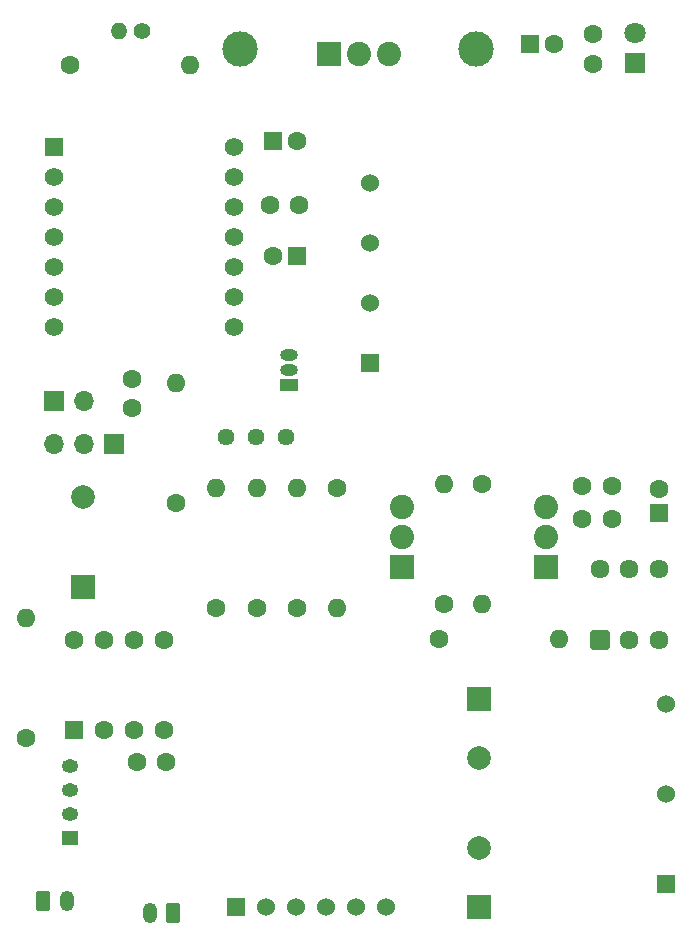
<source format=gts>
G04 #@! TF.GenerationSoftware,KiCad,Pcbnew,8.0.4*
G04 #@! TF.CreationDate,2024-08-08T12:01:12+02:00*
G04 #@! TF.ProjectId,LED-board-PWM,4c45442d-626f-4617-9264-2d50574d2e6b,rev?*
G04 #@! TF.SameCoordinates,Original*
G04 #@! TF.FileFunction,Soldermask,Top*
G04 #@! TF.FilePolarity,Negative*
%FSLAX46Y46*%
G04 Gerber Fmt 4.6, Leading zero omitted, Abs format (unit mm)*
G04 Created by KiCad (PCBNEW 8.0.4) date 2024-08-08 12:01:12*
%MOMM*%
%LPD*%
G01*
G04 APERTURE LIST*
G04 Aperture macros list*
%AMRoundRect*
0 Rectangle with rounded corners*
0 $1 Rounding radius*
0 $2 $3 $4 $5 $6 $7 $8 $9 X,Y pos of 4 corners*
0 Add a 4 corners polygon primitive as box body*
4,1,4,$2,$3,$4,$5,$6,$7,$8,$9,$2,$3,0*
0 Add four circle primitives for the rounded corners*
1,1,$1+$1,$2,$3*
1,1,$1+$1,$4,$5*
1,1,$1+$1,$6,$7*
1,1,$1+$1,$8,$9*
0 Add four rect primitives between the rounded corners*
20,1,$1+$1,$2,$3,$4,$5,0*
20,1,$1+$1,$4,$5,$6,$7,0*
20,1,$1+$1,$6,$7,$8,$9,0*
20,1,$1+$1,$8,$9,$2,$3,0*%
G04 Aperture macros list end*
%ADD10C,1.600000*%
%ADD11R,1.600000X1.600000*%
%ADD12R,1.524000X1.524000*%
%ADD13C,1.524000*%
%ADD14O,1.600000X1.600000*%
%ADD15RoundRect,0.250000X0.350000X0.625000X-0.350000X0.625000X-0.350000X-0.625000X0.350000X-0.625000X0*%
%ADD16O,1.200000X1.750000*%
%ADD17R,1.800000X1.800000*%
%ADD18C,1.800000*%
%ADD19R,1.397000X1.143000*%
%ADD20O,1.397000X1.143000*%
%ADD21C,3.000000*%
%ADD22RoundRect,0.102000X0.925000X-0.925000X0.925000X0.925000X-0.925000X0.925000X-0.925000X-0.925000X0*%
%ADD23C,2.054000*%
%ADD24C,1.440000*%
%ADD25RoundRect,0.250000X-0.350000X-0.625000X0.350000X-0.625000X0.350000X0.625000X-0.350000X0.625000X0*%
%ADD26R,2.000000X2.000000*%
%ADD27C,2.000000*%
%ADD28C,1.400000*%
%ADD29O,1.400000X1.400000*%
%ADD30R,1.700000X1.700000*%
%ADD31O,1.700000X1.700000*%
%ADD32R,1.500000X1.000000*%
%ADD33O,1.500000X1.000000*%
%ADD34RoundRect,0.102000X-0.679000X-0.679000X0.679000X-0.679000X0.679000X0.679000X-0.679000X0.679000X0*%
%ADD35C,1.562000*%
%ADD36RoundRect,0.102000X-0.925000X-0.925000X0.925000X-0.925000X0.925000X0.925000X-0.925000X0.925000X0*%
%ADD37RoundRect,0.102000X-0.704000X-0.704000X0.704000X-0.704000X0.704000X0.704000X-0.704000X0.704000X0*%
%ADD38C,1.612000*%
G04 APERTURE END LIST*
D10*
X122850000Y-65750000D03*
D11*
X124850000Y-65750000D03*
X122844888Y-56000000D03*
D10*
X124844888Y-56000000D03*
D11*
X144600000Y-47800000D03*
D10*
X146600000Y-47800000D03*
D12*
X131000000Y-74825000D03*
D13*
X131000000Y-69745000D03*
X131000000Y-64665000D03*
X131000000Y-59585000D03*
D10*
X124825000Y-95530000D03*
D14*
X124825000Y-85370000D03*
D15*
X114380600Y-121400000D03*
D16*
X112380600Y-121400000D03*
D17*
X153450000Y-49400000D03*
D18*
X153450000Y-46860000D03*
D19*
X105614747Y-115038574D03*
D20*
X105614747Y-113006574D03*
X105614747Y-110974574D03*
X105614747Y-108942574D03*
D10*
X140550000Y-85070000D03*
D14*
X140550000Y-95230000D03*
D21*
X140000000Y-48200000D03*
D22*
X133700000Y-92080000D03*
D23*
X133700000Y-89540000D03*
X133700000Y-87000000D03*
D10*
X125050000Y-61450000D03*
X122550000Y-61450000D03*
D24*
X123950000Y-81100000D03*
X121410000Y-81100000D03*
X118870000Y-81100000D03*
D25*
X103380600Y-120400000D03*
D16*
X105380600Y-120400000D03*
D26*
X106700000Y-93800000D03*
D27*
X106700000Y-86200000D03*
D10*
X149000000Y-85250000D03*
X151500000Y-85250000D03*
D28*
X111705000Y-46700000D03*
D29*
X109805000Y-46700000D03*
D30*
X104300000Y-78000000D03*
D31*
X106840000Y-78000000D03*
D10*
X128200000Y-85370000D03*
D14*
X128200000Y-95530000D03*
D32*
X124200000Y-76700000D03*
D33*
X124200000Y-75430000D03*
X124200000Y-74160000D03*
D10*
X110900000Y-76150000D03*
X110900000Y-78650000D03*
X137300000Y-95235000D03*
D14*
X137300000Y-85075000D03*
D10*
X118025000Y-95525000D03*
D14*
X118025000Y-85365000D03*
D10*
X149900000Y-49500000D03*
X149900000Y-47000000D03*
X136850000Y-98200000D03*
D14*
X147010000Y-98200000D03*
D12*
X119709400Y-120916500D03*
D13*
X122249400Y-120916500D03*
X124789400Y-120916500D03*
X127329400Y-120916500D03*
X129869400Y-120916500D03*
X132409400Y-120916500D03*
D10*
X111300000Y-108600000D03*
X113800000Y-108600000D03*
D12*
X156088700Y-118941200D03*
D13*
X156088700Y-111321200D03*
X156088700Y-103701200D03*
D10*
X155500000Y-85500000D03*
D11*
X155500000Y-87500000D03*
D34*
X104250000Y-56560000D03*
D35*
X104250000Y-59100000D03*
X104250000Y-61640000D03*
X104250000Y-64180000D03*
X104250000Y-66720000D03*
X104250000Y-69260000D03*
X104250000Y-71800000D03*
X119490000Y-71800000D03*
X119490000Y-69260000D03*
X119490000Y-66720000D03*
X119490000Y-64180000D03*
X119490000Y-61640000D03*
X119490000Y-59100000D03*
X119490000Y-56560000D03*
D10*
X105620000Y-49600000D03*
D14*
X115780000Y-49600000D03*
D10*
X121450000Y-95525000D03*
D14*
X121450000Y-85365000D03*
D22*
X145940000Y-92080000D03*
D23*
X145940000Y-89540000D03*
X145940000Y-87000000D03*
D36*
X127600000Y-48700000D03*
D23*
X130140000Y-48700000D03*
X132680000Y-48700000D03*
D37*
X150500000Y-98250000D03*
D38*
X153000000Y-98250000D03*
X155500000Y-98250000D03*
X150500000Y-92250000D03*
X153000000Y-92250000D03*
X155500000Y-92250000D03*
D10*
X149000000Y-88000000D03*
X151500000Y-88000000D03*
D21*
X120000000Y-48200000D03*
D26*
X140250000Y-103250000D03*
D27*
X140250000Y-108250000D03*
D10*
X114600000Y-86655000D03*
D14*
X114600000Y-76495000D03*
D11*
X105950000Y-105910000D03*
D10*
X108490000Y-105910000D03*
X111030000Y-105910000D03*
X113570000Y-105910000D03*
X113570000Y-98290000D03*
X111030000Y-98290000D03*
X108490000Y-98290000D03*
X105950000Y-98290000D03*
X101900000Y-106560000D03*
D14*
X101900000Y-96400000D03*
D26*
X140250000Y-120867677D03*
D27*
X140250000Y-115867677D03*
D30*
X109345000Y-81650000D03*
D31*
X106805000Y-81650000D03*
X104265000Y-81650000D03*
M02*

</source>
